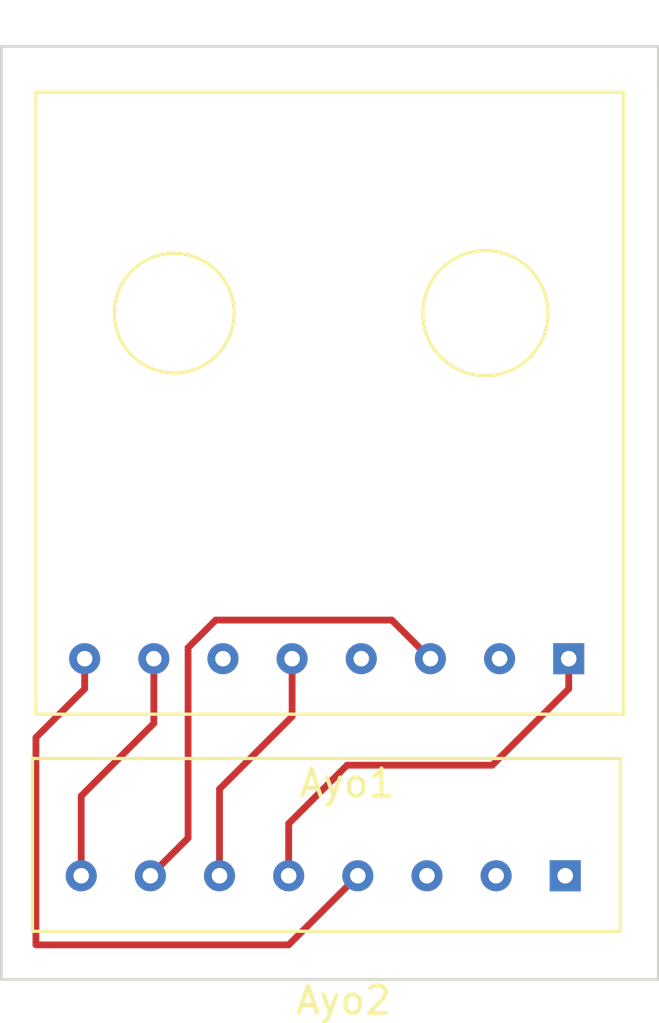
<source format=kicad_pcb>
(kicad_pcb (version 20211014) (generator pcbnew)
  (layers (0 "F.Cu" signal) (31 "B.Cu" signal) (34 "B.Paste" user) (35 "F.Paste" user) (36 "B.SilkS" user "B.Silkscreen") (37 "F.SilkS" user "F.Silkscreen") (38 "B.Mask" user) (39 "F.Mask" user) (44 "Edge.Cuts" user))
  (net 0 "")
  (net 1 "Net-(Ayo1-Pad1)")
  (net 3 "Net-(Ayo1-Pad3)")
  (net 5 "Net-(Ayo1-Pad5)")
  (net 7 "Net-(Ayo1-Pad7)")
  (net 8 "Net-(Ayo1-Pad8)")
  (footprint "Launchbox:RJ45EthernetBreakout" (layer "F.Cu") (at 123.19 132.492)
    (fp_text reference "Ayo1" (at 0 13.97) (layer "F.SilkS"))
    (fp_text value "RJ45EthernetBreakout")
    (fp_line (start 10.16 11.43) (end -11.43 11.43) (layer "F.SilkS") (width 0.12))
    (fp_line (start -11.43 -11.43) (end 10.16 -11.43) (layer "F.SilkS") (width 0.12))
    (fp_line (start -11.43 11.43) (end -11.43 -11.43) (layer "F.SilkS") (width 0.12))
    (fp_line (start 10.16 -11.43) (end 10.16 11.43) (layer "F.SilkS") (width 0.12))
    (fp_circle (center 5.08 -3.31) (end 7.38 -3.31) (layer "F.SilkS") (width 0.12) (fill none))
    (fp_circle (center -6.35 -3.31) (end -4.15 -3.31) (layer "F.SilkS") (width 0.12) (fill none))
    (pad "1" thru_hole rect (at 8.14 9.39) (size 1.143 1.143) (drill 0.5715) (layers *.Cu *.Mask) (net 1 "Net-(Ayo1-Pad1)"))
    (pad "2" thru_hole circle (at 5.6 9.39) (size 1.143 1.143) (drill 0.5715) (layers *.Cu *.Mask))
    (pad "3" thru_hole circle (at 3.06 9.39) (size 1.143 1.143) (drill 0.5715) (layers *.Cu *.Mask) (net 3 "Net-(Ayo1-Pad3)"))
    (pad "4" thru_hole circle (at 0.52 9.39) (size 1.143 1.143) (drill 0.5715) (layers *.Cu *.Mask))
    (pad "5" thru_hole circle (at -2.02 9.39) (size 1.143 1.143) (drill 0.5715) (layers *.Cu *.Mask) (net 5 "Net-(Ayo1-Pad5)"))
    (pad "6" thru_hole circle (at -4.56 9.39) (size 1.143 1.143) (drill 0.5715) (layers *.Cu *.Mask))
    (pad "7" thru_hole circle (at -7.1 9.39) (size 1.143 1.143) (drill 0.5715) (layers *.Cu *.Mask) (net 7 "Net-(Ayo1-Pad7)"))
    (pad "8" thru_hole circle (at -9.64 9.39) (size 1.143 1.143) (drill 0.5715) (layers *.Cu *.Mask) (net 8 "Net-(Ayo1-Pad8)"))
  )
  (footprint "Launchbox:8_pin_header" (layer "F.Cu") (at 123.063 149.86)
    (fp_text reference "Ayo2" (at 0 4.58) (layer "F.SilkS"))
    (fp_text value "RJ45EthernetBreakout")
    (fp_line (start 10.16 -4.31) (end 10.16 2.04) (layer "F.SilkS") (width 0.12))
    (fp_line (start -11.43 -4.31) (end 10.16 -4.31) (layer "F.SilkS") (width 0.12))
    (fp_line (start 10.16 2.04) (end -11.43 2.04) (layer "F.SilkS") (width 0.12))
    (fp_line (start -11.43 2.04) (end -11.43 -4.31) (layer "F.SilkS") (width 0.12))
    (pad "1" thru_hole rect (at 8.14 0) (size 1.143 1.143) (drill 0.5715) (layers *.Cu *.Mask))
    (pad "2" thru_hole circle (at 5.6 0) (size 1.143 1.143) (drill 0.5715) (layers *.Cu *.Mask))
    (pad "3" thru_hole circle (at 3.06 0) (size 1.143 1.143) (drill 0.5715) (layers *.Cu *.Mask))
    (pad "4" thru_hole circle (at 0.52 0) (size 1.143 1.143) (drill 0.5715) (layers *.Cu *.Mask) (net 8 "Net-(Ayo1-Pad8)"))
    (pad "5" thru_hole circle (at -2.02 0) (size 1.143 1.143) (drill 0.5715) (layers *.Cu *.Mask) (net 1 "Net-(Ayo1-Pad1)"))
    (pad "6" thru_hole circle (at -4.56 0) (size 1.143 1.143) (drill 0.5715) (layers *.Cu *.Mask) (net 5 "Net-(Ayo1-Pad5)"))
    (pad "7" thru_hole circle (at -7.1 0) (size 1.143 1.143) (drill 0.5715) (layers *.Cu *.Mask) (net 3 "Net-(Ayo1-Pad3)"))
    (pad "8" thru_hole circle (at -9.64 0) (size 1.143 1.143) (drill 0.5715) (layers *.Cu *.Mask) (net 7 "Net-(Ayo1-Pad7)"))
  )
  (gr_line (start 110.49 119.38) (end 134.62 119.38) (layer "Edge.Cuts") (width 0.1))
  (gr_line (start 110.49 120.65) (end 110.49 119.38) (layer "Edge.Cuts") (width 0.1))
  (gr_line (start 134.62 120.65) (end 134.62 153.67) (layer "Edge.Cuts") (width 0.1))
  (gr_line (start 134.62 153.67) (end 110.49 153.67) (layer "Edge.Cuts") (width 0.1))
  (gr_line (start 110.49 153.67) (end 110.49 120.65) (layer "Edge.Cuts") (width 0.1))
  (gr_line (start 134.62 119.38) (end 134.62 120.65) (layer "Edge.Cuts") (width 0.1))
  (segment (start 121.043 147.943) (end 123.19 145.796) (width 0.25) (layer "F.Cu") (net 1))
  (segment (start 131.33 142.99) (end 131.33 141.882) (width 0.25) (layer "F.Cu") (net 1))
  (segment (start 121.043 147.943) (end 121.043 149.86) (width 0.25) (layer "F.Cu") (net 1))
  (segment (start 128.524 145.796) (end 131.33 142.99) (width 0.25) (layer "F.Cu") (net 1))
  (segment (start 123.19 145.796) (end 128.524 145.796) (width 0.25) (layer "F.Cu") (net 1))
  (segment (start 117.348 141.478) (end 118.364 140.462) (width 0.25) (layer "F.Cu") (net 3))
  (segment (start 124.83 140.462) (end 126.25 141.882) (width 0.25) (layer "F.Cu") (net 3))
  (segment (start 117.348 148.475) (end 115.963 149.86) (width 0.25) (layer "F.Cu") (net 3))
  (segment (start 117.348 141.478) (end 117.348 148.475) (width 0.25) (layer "F.Cu") (net 3))
  (segment (start 118.364 140.462) (end 124.83 140.462) (width 0.25) (layer "F.Cu") (net 3))
  (segment (start 118.503 146.673) (end 121.17 144.006) (width 0.25) (layer "F.Cu") (net 5))
  (segment (start 121.17 144.006) (end 121.17 141.882) (width 0.25) (layer "F.Cu") (net 5))
  (segment (start 118.503 146.673) (end 118.503 149.86) (width 0.25) (layer "F.Cu") (net 5))
  (segment (start 113.423 146.927) (end 116.09 144.26) (width 0.25) (layer "F.Cu") (net 7))
  (segment (start 113.423 146.927) (end 113.423 149.86) (width 0.25) (layer "F.Cu") (net 7))
  (segment (start 116.09 144.26) (end 116.09 141.882) (width 0.25) (layer "F.Cu") (net 7))
  (segment (start 111.76 144.78) (end 111.76 152.4) (width 0.25) (layer "F.Cu") (net 8))
  (segment (start 111.76 152.4) (end 121.043 152.4) (width 0.25) (layer "F.Cu") (net 8))
  (segment (start 121.043 152.4) (end 123.583 149.86) (width 0.25) (layer "F.Cu") (net 8))
  (segment (start 113.55 141.882) (end 113.55 142.99) (width 0.25) (layer "F.Cu") (net 8))
  (segment (start 113.55 142.99) (end 111.76 144.78) (width 0.25) (layer "F.Cu") (net 8))
)
</source>
